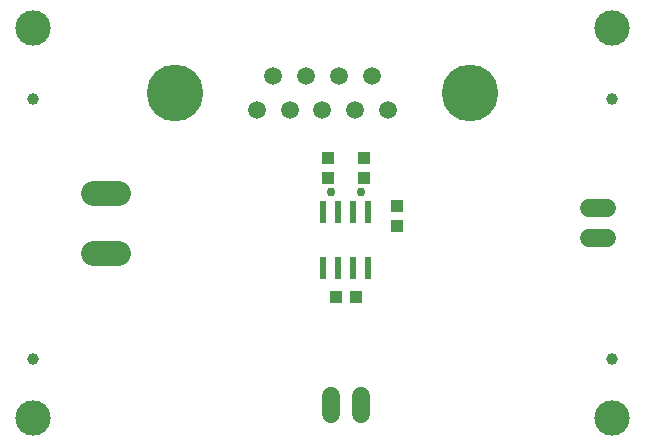
<source format=gts>
G75*
%MOIN*%
%OFA0B0*%
%FSLAX25Y25*%
%IPPOS*%
%LPD*%
%AMOC8*
5,1,8,0,0,1.08239X$1,22.5*
%
%ADD10R,0.02200X0.07800*%
%ADD11R,0.04331X0.03937*%
%ADD12R,0.03937X0.04331*%
%ADD13C,0.05906*%
%ADD14C,0.18898*%
%ADD15C,0.03937*%
%ADD16C,0.11811*%
%ADD17C,0.06000*%
%ADD18C,0.08250*%
%ADD19C,0.02953*%
D10*
X0138850Y0100700D03*
X0143850Y0100700D03*
X0148850Y0100700D03*
X0153850Y0100700D03*
X0153850Y0119300D03*
X0148850Y0119300D03*
X0143850Y0119300D03*
X0138850Y0119300D03*
D11*
X0140350Y0130654D03*
X0140350Y0137346D03*
X0152350Y0137346D03*
X0152350Y0130654D03*
X0149696Y0091000D03*
X0143004Y0091000D03*
D12*
X0163350Y0114654D03*
X0163350Y0121346D03*
D13*
X0160366Y0153409D03*
X0149460Y0153409D03*
X0138555Y0153409D03*
X0127649Y0153409D03*
X0116744Y0153409D03*
X0122196Y0164591D03*
X0133102Y0164591D03*
X0144007Y0164591D03*
X0154913Y0164591D03*
D14*
X0187748Y0159000D03*
X0089362Y0159000D03*
D15*
X0042098Y0157047D03*
X0042098Y0070433D03*
X0235011Y0070433D03*
X0235011Y0157047D03*
D16*
X0042098Y0050748D03*
X0042098Y0180669D03*
X0235011Y0180669D03*
X0235011Y0050748D03*
D17*
X0233350Y0110709D02*
X0227350Y0110709D01*
X0227350Y0120709D02*
X0233350Y0120709D01*
X0151350Y0058000D02*
X0151350Y0052000D01*
X0141350Y0052000D02*
X0141350Y0058000D01*
D18*
X0070475Y0105709D02*
X0062225Y0105709D01*
X0062225Y0125709D02*
X0070475Y0125709D01*
D19*
X0141350Y0126000D03*
X0151350Y0126000D03*
M02*

</source>
